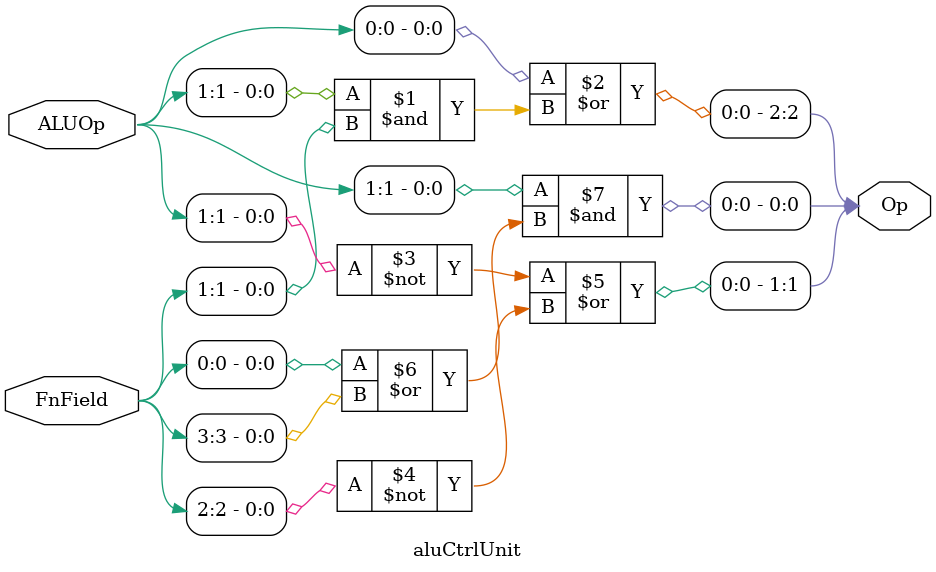
<source format=v>
module aluCtrlUnit(output [2:0] Op, input [1:0] ALUOp, input [5:0] FnField);
    assign Op[2]=ALUOp[0]|(ALUOp[1]&FnField[1]);
    assign Op[1]=~ALUOp[1]|~FnField[2];
    assign Op[0]=ALUOp[1]&(FnField[0]|FnField[3]);
endmodule
</source>
